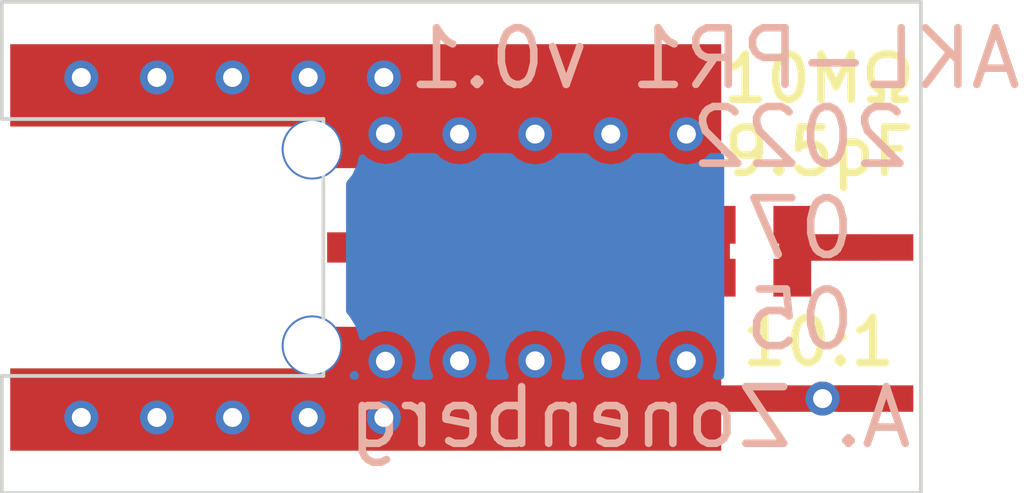
<source format=kicad_pcb>
(kicad_pcb (version 20211014) (generator pcbnew)
  (layers (0 "F.Cu" signal) (1 "In1.Cu" signal) (2 "In2.Cu" signal) (31 "B.Cu" signal) (34 "B.Paste" user) (35 "F.Paste" user) (36 "B.SilkS" user "B.Silkscreen") (37 "F.SilkS" user "F.Silkscreen") (38 "B.Mask" user) (39 "F.Mask" user) (44 "Edge.Cuts" user))
  (net 0 "")
  (net 1 "Net-(C1-Pad1)")
  (net 2 "Net-(C1-Pad2)")
  (net 3 "/GND")
  (footprint "azonenberg_pcb:TESTPOINT_BARETRACE_328UM" (layer "F.Cu") (at 104.5 82.5 90)
    (fp_text reference "J2" hide)
    (fp_text value "TIPRES" hide)
    (pad "1" smd rect locked (at 0 0 90) (size 0.35 1) (layers "F.Cu" "F.Mask") (net 2 "Net-(C1-Pad2)"))
  )
  (footprint "azonenberg_pcb:TESTPOINT_BARETRACE_328UM" (layer "F.Cu") (at 104.5 84.5 90)
    (fp_text reference "J3" hide)
    (fp_text value "GND" hide)
    (pad "1" smd rect locked (at 0 0 90) (size 0.35 1) (layers "F.Cu" "F.Mask") (net 3 "/GND"))
  )
  (footprint "azonenberg_pcb:EIA_0402_CAP_NOSILK" (layer "F.Cu") (at 102.9 82.9)
    (fp_text reference "R1" hide)
    (fp_text value "9.1M" hide)
    (pad "1" smd rect locked (at -0.5 0) (size 0.5 0.5) (layers "F.Cu" "F.Paste" "F.Mask") (net 1 "Net-(C1-Pad1)"))
    (pad "2" smd rect locked (at 0.5 0) (size 0.5 0.5) (layers "F.Cu" "F.Paste" "F.Mask") (net 2 "Net-(C1-Pad2)"))
  )
  (footprint "azonenberg_pcb:CONN_SMPM_AMPHENOL_925-169J-51PT" (layer "F.Cu") (at 97.25 82.5 180)
    (fp_text reference "J1" hide)
    (fp_text value "SMPM" hide)
    (pad "" np_thru_hole circle locked (at 0.2 1.3 180) (size 0.8 0.8) (drill 0.75) (layers *.Cu *.Mask))
    (pad "" np_thru_hole circle locked (at 0.2 -1.3 180) (size 0.8 0.8) (drill 0.75) (layers *.Cu *.Mask))
    (pad "1" smd rect locked (at -2.605 0 180) (size 5.21 0.4) (layers "F.Cu" "F.Paste" "F.Mask") (net 1 "Net-(C1-Pad1)"))
    (pad "2" smd custom locked (at -2.605 -1.87 180) (size 5.21 1.64) (layers "F.Cu" "F.Paste" "F.Mask") (net 3 "/GND") (options (clearance outline) (anchor rect)) (primitives (gr_poly (pts (xy 6.795 0.27) (xy 2.605 0.27) (xy 2.605 -0.82) (xy 6.795 -0.82)) (width 0) (fill yes))))
    (pad "2" smd custom locked (at -2.605 1.87 180) (size 5.21 1.64) (layers "F.Cu" "F.Paste" "F.Mask") (net 3 "/GND") (options (clearance outline) (anchor rect)) (primitives (gr_poly (pts (xy 6.795 0.82) (xy 2.605 0.82) (xy 2.605 -0.27) (xy 6.795 -0.27)) (width 0) (fill yes))))
  )
  (footprint "azonenberg_pcb:EIA_0402_CAP_NOSILK" (layer "F.Cu") (at 102.9 82.2)
    (fp_text reference "C1" hide)
    (fp_text value "9.5 pF" hide)
    (pad "1" smd rect locked (at -0.5 0) (size 0.5 0.5) (layers "F.Cu" "F.Paste" "F.Mask") (net 1 "Net-(C1-Pad1)"))
    (pad "2" smd rect locked (at 0.5 0) (size 0.5 0.5) (layers "F.Cu" "F.Paste" "F.Mask") (net 2 "Net-(C1-Pad2)"))
  )
  (gr_line (start 105.1 85.75) (end 105.1 79.25) (layer "Edge.Cuts") (width 0.05))
  (gr_line (start 97.2 80.8) (end 97.2 84.2) (layer "Edge.Cuts") (width 0.05))
  (gr_line (start 92.95 80.8) (end 97.2 80.8) (layer "Edge.Cuts") (width 0.05))
  (gr_line (start 92.95 84.2) (end 92.95 85.75) (layer "Edge.Cuts") (width 0.05))
  (gr_line (start 97.2 84.2) (end 92.95 84.2) (layer "Edge.Cuts") (width 0.05))
  (gr_line (start 105.1 79.25) (end 92.95 79.25) (layer "Edge.Cuts") (width 0.05))
  (gr_line (start 92.95 85.75) (end 105.1 85.75) (layer "Edge.Cuts") (width 0.05))
  (gr_line (start 92.95 79.25) (end 92.95 80.8) (layer "Edge.Cuts") (width 0.05))
  (gr_text "A. Zonenberg" (at 101.25 84.75) (layer "B.SilkS") (effects (font (size 0.75 0.75) (thickness 0.1)) (justify mirror)))
  (gr_text "AKL-PR1 v0.1	" (at 100.5 80) (layer "B.SilkS") (effects (font (size 0.75 0.75) (thickness 0.1)) (justify mirror)))
  (gr_text "2022\n07\n05" (at 103.5 82.25) (layer "B.SilkS") (effects (font (size 0.75 0.75) (thickness 0.1)) (justify mirror)))
  (gr_text "10:1" (at 103.75 83.75) (layer "F.SilkS") (effects (font (size 0.6 0.6) (thickness 0.1))))
  (gr_text "10MΩ\n9.5pF" (at 103.75 80.75) (layer "F.SilkS") (effects (font (size 0.6 0.6) (thickness 0.1))))
  (segment (start 102.4 82.2) (end 102.4 82.9) (width 0.35) (layer "F.Cu") (net 1))
  (segment (start 103.4 82.2) (end 103.4 82.6) (width 0.35) (layer "F.Cu") (net 2))
  (segment (start 103.5 82.5) (end 103.4 82.6) (width 0.35) (layer "F.Cu") (net 2))
  (segment (start 104.5 82.5) (end 103.5 82.5) (width 0.35) (layer "F.Cu") (net 2))
  (segment (start 103.4 82.6) (end 103.4 82.9) (width 0.35) (layer "F.Cu") (net 2))
  (segment (start 104.5 84.5) (end 103.8 84.5) (width 0.35) (layer "F.Cu") (net 3))
  (segment (start 103.8 84.5) (end 99.985 84.5) (width 0.35) (layer "F.Cu") (net 3))
  (segment (start 99.985 84.5) (end 99.855 84.37) (width 0.35) (layer "F.Cu") (net 3))
  (via (at 98 84.75) (size 0.45) (drill 0.25) (layers "F.Cu" "B.Cu") (net 3))
  (via (at 98 80.25) (size 0.45) (drill 0.25) (layers "F.Cu" "B.Cu") (net 3))
  (via (at 102 81) (size 0.45) (drill 0.25) (layers "F.Cu" "B.Cu") (net 3))
  (via (at 95 80.25) (size 0.45) (drill 0.25) (layers "F.Cu" "B.Cu") (net 3))
  (via (at 100 81) (size 0.45) (drill 0.25) (layers "F.Cu" "B.Cu") (net 3))
  (via (at 100 84) (size 0.45) (drill 0.25) (layers "F.Cu" "B.Cu") (net 3))
  (via (at 96 80.25) (size 0.45) (drill 0.25) (layers "F.Cu" "B.Cu") (net 3))
  (via (at 94 84.75) (size 0.45) (drill 0.25) (layers "F.Cu" "B.Cu") (net 3))
  (via (at 98.021145 80.993959) (size 0.45) (drill 0.25) (layers "F.Cu" "B.Cu") (net 3))
  (via (at 97 80.25) (size 0.45) (drill 0.25) (layers "F.Cu" "B.Cu") (net 3))
  (via (at 102 84) (size 0.45) (drill 0.25) (layers "F.Cu" "B.Cu") (net 3))
  (via (at 97 84.75) (size 0.45) (drill 0.25) (layers "F.Cu" "B.Cu") (net 3))
  (via (at 96 84.75) (size 0.45) (drill 0.25) (layers "F.Cu" "B.Cu") (net 3))
  (via (at 94 80.25) (size 0.45) (drill 0.25) (layers "F.Cu" "B.Cu") (net 3))
  (via (at 99 84) (size 0.45) (drill 0.25) (layers "F.Cu" "B.Cu") (net 3))
  (via (at 101 84) (size 0.45) (drill 0.25) (layers "F.Cu" "B.Cu") (net 3))
  (via (at 98.021145 84.006041) (size 0.45) (drill 0.25) (layers "F.Cu" "B.Cu") (net 3))
  (via (at 95 84.75) (size 0.45) (drill 0.25) (layers "F.Cu" "B.Cu") (net 3))
  (via (at 101 81) (size 0.45) (drill 0.25) (layers "F.Cu" "B.Cu") (net 3))
  (via (at 99 81) (size 0.45) (drill 0.25) (layers "F.Cu" "B.Cu") (net 3))
  (via (at 103.8 84.5) (size 0.45) (drill 0.25) (layers "F.Cu" "B.Cu") (net 3))
  (zone (net 0) (net_name "") (layer "B.Cu") (connect_pads (clearance 0.1)) (min_thickness 0.1) (fill yes (thermal_gap 0.508) (thermal_bridge_width 0.508))
    (polygon (pts (xy 102.5 84.25) (xy 97.5 84.25) (xy 97.5 81.25) (xy 102.5 81.25)))
  )
)
</source>
